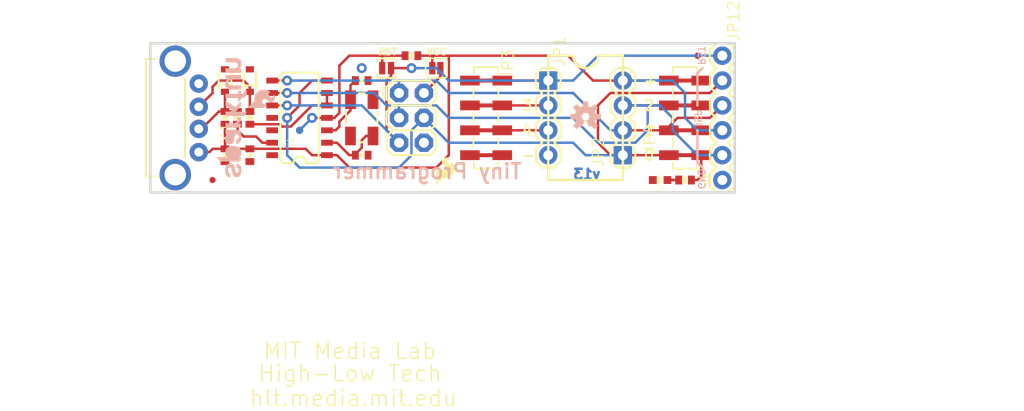
<source format=kicad_pcb>
(kicad_pcb (version 20211014) (generator pcbnew)
  (layers (0 "F.Cu" signal) (31 "B.Cu" signal) (34 "B.Paste" user) (35 "F.Paste" user) (36 "B.SilkS" user "B.Silkscreen") (37 "F.SilkS" user "F.Silkscreen") (38 "B.Mask" user) (39 "F.Mask" user) (44 "Edge.Cuts" user))
  (net 0 "")
  (net 1 "N$1")
  (net 2 "N$2")
  (net 3 "VCC")
  (net 4 "GND")
  (net 5 "MOSI")
  (net 6 "MISO")
  (net 7 "SCK")
  (net 8 "RST")
  (net 9 "D-")
  (net 10 "D+")
  (net 11 "RESET")
  (net 12 "3")
  (net 13 "2")
  (net 14 "VCC'")
  (net 15 "N$3")
  (net 16 "N$4")
  (net 17 "N$5")
  (footprint "boardEagle:SOD-323" (layer "F.Cu") (at 126.2761 101.1936 90)
    (fp_text reference "D2" hide)
    (fp_text value "3.3V")
    (pad "1" smd rect (at -1.15 0 90) (size 0.63 0.83) (layers "F.Cu" "F.Paste" "F.Mask") (net 1 "N$1"))
    (pad "2" smd rect (at 1.15 0 90) (size 0.63 0.83) (layers "F.Cu" "F.Paste" "F.Mask") (net 4 "GND"))
  )
  (footprint "boardEagle:LED-0603" (layer "F.Cu") (at 170.7261 111.3536 90)
    (fp_text reference "LED1" (at -0.6985 0.889 180) (layer "F.SilkS") (effects (font (size 0.373888 0.373888) (thickness 0.032512)) (justify right top)))
    (fp_text value "Yellow")
    (pad "A" smd rect (at 0 0.75 90) (size 0.8 0.8) (layers "F.Cu" "F.Paste" "F.Mask") (net 17 "N$5"))
    (pad "C" smd rect (at 0 -0.75 90) (size 0.8 0.8) (layers "F.Cu" "F.Paste" "F.Mask") (net 4 "GND"))
  )
  (footprint "boardEagle:SJ_2S-NO" (layer "F.Cu") (at 142.7861 99.9236)
    (fp_text reference "SJ1" (at -0.908 -1.27) (layer "F.SilkS") (effects (font (size 0.373888 0.373888) (thickness 0.032512)) (justify left bottom)))
    (fp_text value "SOLDERJUMPERNO")
    (pad "1" smd rect (at -0.45 0) (size 0.635 1.27) (layers "F.Cu" "F.Mask") (net 11 "RESET"))
    (pad "2" smd rect (at 0.45 0) (size 0.635 1.27) (layers "F.Cu" "F.Mask") (net 8 "RST"))
  )
  (footprint "boardEagle:0402-CAP" (layer "F.Cu") (at 128.8161 108.8136 -90)
    (fp_text reference "C3" hide)
    (fp_text value "10uF")
    (pad "1" smd rect (at -0.65 0 270) (size 0.7 0.9) (layers "F.Cu" "F.Paste" "F.Mask") (net 3 "VCC"))
    (pad "2" smd rect (at 0.65 0 270) (size 0.7 0.9) (layers "F.Cu" "F.Paste" "F.Mask") (net 4 "GND"))
  )
  (footprint "boardEagle:SJ_2S" (layer "F.Cu") (at 147.8661 99.9236)
    (fp_text reference "SJ2" hide)
    (fp_text value "NC" hide)
    (pad "1" smd rect (at -0.4119 0) (size 0.635 1.27) (layers "F.Cu" "F.Paste" "F.Mask") (net 3 "VCC"))
    (pad "2" smd rect (at 0.4119 0) (size 0.635 1.27) (layers "F.Cu" "F.Paste" "F.Mask") (net 14 "VCC'"))
  )
  (footprint "boardEagle:1X04_SMD_STRAIGHT_COMBO" (layer "F.Cu") (at 152.9461 101.1936 -90)
    (fp_text reference "JP3" (at 0 -2.921 -90) (layer "F.SilkS") (effects (font (size 1.143 1.143) (thickness 0.127)) (justify left bottom)))
    (fp_text value "")
    (fp_line (start 2.54 -1.27) (end 2.54 1.27) (layer "F.Cu") (width 0.4064))
    (fp_line (start 0 -1.27) (end 0 1.27) (layer "F.Cu") (width 0.4064))
    (fp_line (start 5.08 -1.27) (end 5.08 1.27) (layer "F.Cu") (width 0.4064))
    (fp_line (start 7.62 -1.27) (end 7.62 1.27) (layer "F.Cu") (width 0.4064))
    (pad "1" smd rect (at 0 1.65 180) (size 2 1) (layers "F.Cu" "F.Paste" "F.Mask") (net 8 "RST"))
    (pad "1-2" smd rect (at 0 -1.65) (size 2 1) (layers "F.Cu" "F.Paste" "F.Mask"))
    (pad "2" smd rect (at 2.54 -1.65 180) (size 2 1) (layers "F.Cu" "F.Paste" "F.Mask") (net 13 "2"))
    (pad "2-2" smd rect (at 2.54 1.65) (size 2 1) (layers "F.Cu" "F.Paste" "F.Mask"))
    (pad "3" smd rect (at 5.08 1.65 180) (size 2 1) (layers "F.Cu" "F.Paste" "F.Mask") (net 12 "3"))
    (pad "3-2" smd rect (at 5.08 -1.65) (size 2 1) (layers "F.Cu" "F.Paste" "F.Mask"))
    (pad "4" smd rect (at 7.62 -1.65 180) (size 2 1) (layers "F.Cu" "F.Paste" "F.Mask") (net 4 "GND"))
    (pad "4-2" smd rect (at 7.62 1.65) (size 2 1) (layers "F.Cu" "F.Paste" "F.Mask"))
  )
  (footprint "boardEagle:1X04" (layer "F.Cu") (at 159.2961 101.1936 -90)
    (fp_text reference "JP1" (at -1.3462 -1.8288 -90) (layer "F.SilkS") (effects (font (size 1.143 1.143) (thickness 0.127)) (justify left bottom)))
    (fp_text value "")
    (pad "1" thru_hole rect (at 0 0) (size 1.8796 1.8796) (drill 1.016) (layers *.Cu *.Mask) (net 8 "RST"))
    (pad "2" thru_hole circle (at 2.54 0) (size 1.8796 1.8796) (drill 1.016) (layers *.Cu *.Mask) (net 13 "2"))
    (pad "3" thru_hole circle (at 5.08 0) (size 1.8796 1.8796) (drill 1.016) (layers *.Cu *.Mask) (net 12 "3"))
    (pad "4" thru_hole circle (at 7.62 0) (size 1.8796 1.8796) (drill 1.016) (layers *.Cu *.Mask) (net 4 "GND"))
  )
  (footprint "boardEagle:SOD-323" (layer "F.Cu") (at 128.8161 101.1936 90)
    (fp_text reference "D1" hide)
    (fp_text value "3.3V")
    (pad "1" smd rect (at -1.15 0 90) (size 0.63 0.83) (layers "F.Cu" "F.Paste" "F.Mask") (net 2 "N$2"))
    (pad "2" smd rect (at 1.15 0 90) (size 0.63 0.83) (layers "F.Cu" "F.Paste" "F.Mask") (net 4 "GND"))
  )
  (footprint "boardEagle:SO14" (layer "F.Cu") (at 133.8961 105.0036 90)
    (fp_text reference "U1" (at -3.175 -0.635 90) (layer "F.SilkS") (effects (font (size 0.54864 0.54864) (thickness 0.06096)) (justify left bottom)))
    (fp_text value "ATTINY84")
    (pad "1" smd rect (at -3.81 2.8 90) (size 0.6 1.2) (layers "F.Cu" "F.Paste" "F.Mask") (net 3 "VCC"))
    (pad "2" smd rect (at -2.54 2.8 90) (size 0.6 1.2) (layers "F.Cu" "F.Paste" "F.Mask") (net 16 "N$4"))
    (pad "3" smd rect (at -1.27 2.8 90) (size 0.6 1.2) (layers "F.Cu" "F.Paste" "F.Mask") (net 15 "N$3"))
    (pad "4" smd rect (at 0 2.8 90) (size 0.6 1.2) (layers "F.Cu" "F.Paste" "F.Mask") (net 11 "RESET"))
    (pad "5" smd rect (at 1.27 2.8 90) (size 0.6 1.2) (layers "F.Cu" "F.Paste" "F.Mask") (net 10 "D+"))
    (pad "6" smd rect (at 2.54 2.8 90) (size 0.6 1.2) (layers "F.Cu" "F.Paste" "F.Mask") (net 10 "D+"))
    (pad "7" smd rect (at 3.81 2.8 90) (size 0.6 1.2) (layers "F.Cu" "F.Paste" "F.Mask") (net 5 "MOSI"))
    (pad "8" smd rect (at 3.81 -2.8 90) (size 0.6 1.2) (layers "F.Cu" "F.Paste" "F.Mask") (net 6 "MISO"))
    (pad "9" smd rect (at 2.54 -2.8 90) (size 0.6 1.2) (layers "F.Cu" "F.Paste" "F.Mask") (net 7 "SCK"))
    (pad "10" smd rect (at 1.27 -2.8 90) (size 0.6 1.2) (layers "F.Cu" "F.Paste" "F.Mask") (net 8 "RST"))
    (pad "11" smd rect (at 0 -2.8 90) (size 0.6 1.2) (layers "F.Cu" "F.Paste" "F.Mask"))
    (pad "12" smd rect (at -1.27 -2.8 90) (size 0.6 1.2) (layers "F.Cu" "F.Paste" "F.Mask"))
    (pad "13" smd rect (at -2.54 -2.8 90) (size 0.6 1.2) (layers "F.Cu" "F.Paste" "F.Mask") (net 9 "D-"))
    (pad "14" smd rect (at -3.81 -2.8 90) (size 0.6 1.2) (layers "F.Cu" "F.Paste" "F.Mask") (net 4 "GND"))
  )
  (footprint "boardEagle:MICRO-FIDUCIAL" (layer "F.Cu") (at 125.0061 111.3536)
    (fp_text reference "JP7" hide)
    (fp_text value "FIDUCIALUFIDUCIAL" hide)
    (pad "1" smd roundrect (at 0 0) (size 0.635 0.635) (layers "F.Cu" "F.Mask") (roundrect_rratio 0.5))
  )
  (footprint "boardEagle:0402-RES" (layer "F.Cu") (at 145.3261 98.6536)
    (fp_text reference "R4" hide)
    (fp_text value "10k")
    (pad "1" smd rect (at -0.65 0) (size 0.7 0.9) (layers "F.Cu" "F.Paste" "F.Mask") (net 11 "RESET"))
    (pad "2" smd rect (at 0.65 0) (size 0.7 0.9) (layers "F.Cu" "F.Paste" "F.Mask") (net 3 "VCC"))
  )
  (footprint "boardEagle:0402-CAP" (layer "F.Cu") (at 126.2761 108.8136 -90)
    (fp_text reference "C1" hide)
    (fp_text value "0.1uF")
    (pad "1" smd rect (at -0.65 0 270) (size 0.7 0.9) (layers "F.Cu" "F.Paste" "F.Mask") (net 3 "VCC"))
    (pad "2" smd rect (at 0.65 0 270) (size 0.7 0.9) (layers "F.Cu" "F.Paste" "F.Mask") (net 4 "GND"))
  )
  (footprint "boardEagle:CRYSTAL-SMD-5X3" (layer "F.Cu") (at 140.2461 105.0036 90)
    (fp_text reference "Q1" hide)
    (fp_text value "16MHz")
    (pad "1" smd rect (at -1.85 1.15 90) (size 1.9 1.1) (layers "F.Cu" "F.Paste" "F.Mask") (net 16 "N$4"))
    (pad "2" smd rect (at 1.85 1.15 90) (size 1.9 1.1) (layers "F.Cu" "F.Paste" "F.Mask"))
    (pad "3" smd rect (at 1.85 -1.15 90) (size 1.9 1.1) (layers "F.Cu" "F.Paste" "F.Mask") (net 15 "N$3"))
    (pad "4" smd rect (at -1.85 -1.15 90) (size 1.9 1.1) (layers "F.Cu" "F.Paste" "F.Mask"))
  )
  (footprint "boardEagle:SFE-LOGO-FLAME" (layer "F.Cu") (at 147.8661 111.8616)
    (fp_text reference "JP6" hide)
    (fp_text value "LOGO-SFESK" hide)
  )
  (footprint "boardEagle:USB-A-H" (layer "F.Cu") (at 121.1961 105.0036)
    (fp_text reference "X1" (at 5.85 2.7 90) (layer "F.SilkS") (effects (font (size 1.1684 1.1684) (thickness 0.1016)) (justify left bottom)))
    (fp_text value "USB-A-H" hide)
    (pad "" np_thru_hole circle (at -0.1 2.25) (size 1.1 1.1) (drill 1.1) (layers *.Cu *.Mask))
    (pad "" np_thru_hole circle (at -0.1 -2.25) (size 1.1 1.1) (drill 1.1) (layers *.Cu *.Mask))
    (pad "D+" thru_hole circle (at 2.4 -1.127 270) (size 1.8796 1.8796) (drill 0.9144) (layers *.Cu *.Mask) (net 2 "N$2"))
    (pad "D-" thru_hole circle (at 2.4 1.127 270) (size 1.8796 1.8796) (drill 0.9144) (layers *.Cu *.Mask) (net 1 "N$1"))
    (pad "GND" thru_hole circle (at 2.4 -3.5 270) (size 1.8796 1.8796) (drill 0.9144) (layers *.Cu *.Mask) (net 4 "GND"))
    (pad "GND2" thru_hole circle (at 0 5.8 270) (size 3.216 3.216) (drill 2.2) (layers *.Cu *.Mask))
    (pad "GND3" thru_hole circle (at 0 -5.8 270) (size 3.216 3.216) (drill 2.2) (layers *.Cu *.Mask))
    (pad "VBUS" thru_hole circle (at 2.4 3.5 270) (size 1.8796 1.8796) (drill 0.9144) (layers *.Cu *.Mask) (net 3 "VCC"))
  )
  (footprint "boardEagle:1X04_SMD_STRAIGHT_COMBO" (layer "F.Cu") (at 173.2661 108.8136 90)
    (fp_text reference "JP4" (at 0 -2.921 90) (layer "F.SilkS") (effects (font (size 1.143 1.143) (thickness 0.127)) (justify left bottom)))
    (fp_text value "")
    (fp_line (start 0 -1.27) (end 0 1.27) (layer "F.Cu") (width 0.4064))
    (fp_line (start 2.54 -1.27) (end 2.54 1.27) (layer "F.Cu") (width 0.4064))
    (fp_line (start 7.62 -1.27) (end 7.62 1.27) (layer "F.Cu") (width 0.4064))
    (fp_line (start 5.08 -1.27) (end 5.08 1.27) (layer "F.Cu") (width 0.4064))
    (pad "1" smd rect (at 0 1.65) (size 2 1) (layers "F.Cu" "F.Paste" "F.Mask") (net 5 "MOSI"))
    (pad "1-2" smd rect (at 0 -1.65 180) (size 2 1) (layers "F.Cu" "F.Paste" "F.Mask"))
    (pad "2" smd rect (at 2.54 -1.65) (size 2 1) (layers "F.Cu" "F.Paste" "F.Mask") (net 6 "MISO"))
    (pad "2-2" smd rect (at 2.54 1.65 180) (size 2 1) (layers "F.Cu" "F.Paste" "F.Mask"))
    (pad "3" smd rect (at 5.08 1.65) (size 2 1) (layers "F.Cu" "F.Paste" "F.Mask") (net 7 "SCK"))
    (pad "3-2" smd rect (at 5.08 -1.65 180) (size 2 1) (layers "F.Cu" "F.Paste" "F.Mask"))
    (pad "4" smd rect (at 7.62 -1.65) (size 2 1) (layers "F.Cu" "F.Paste" "F.Mask") (net 3 "VCC"))
    (pad "4-2" smd rect (at 7.62 1.65 180) (size 2 1) (layers "F.Cu" "F.Paste" "F.Mask"))
  )
  (footprint "boardEagle:0402-CAP" (layer "F.Cu") (at 140.2461 108.8136)
    (fp_text reference "C4" hide)
    (fp_text value "18pF")
    (pad "1" smd rect (at -0.65 0) (size 0.7 0.9) (layers "F.Cu" "F.Paste" "F.Mask") (net 16 "N$4"))
    (pad "2" smd rect (at 0.65 0) (size 0.7 0.9) (layers "F.Cu" "F.Paste" "F.Mask") (net 4 "GND"))
  )
  (footprint "boardEagle:0402-RES" (layer "F.Cu") (at 126.2761 105.0036 -90)
    (fp_text reference "R3" hide)
    (fp_text value "1.5K")
    (pad "1" smd rect (at -0.65 0 270) (size 0.7 0.9) (layers "F.Cu" "F.Paste" "F.Mask") (net 1 "N$1"))
    (pad "2" smd rect (at 0.65 0 270) (size 0.7 0.9) (layers "F.Cu" "F.Paste" "F.Mask") (net 3 "VCC"))
  )
  (footprint "boardEagle:0402-RES" (layer "F.Cu") (at 173.2661 111.3536)
    (fp_text reference "R5" (at -0.889 -0.6985) (layer "F.SilkS") (effects (font (size 0.373888 0.373888) (thickness 0.032512)) (justify left bottom)))
    (fp_text value "330")
    (pad "1" smd rect (at -0.65 0) (size 0.7 0.9) (layers "F.Cu" "F.Paste" "F.Mask") (net 17 "N$5"))
    (pad "2" smd rect (at 0.65 0) (size 0.7 0.9) (layers "F.Cu" "F.Paste" "F.Mask") (net 5 "MOSI"))
  )
  (footprint "boardEagle:1X04" (layer "F.Cu") (at 166.9161 108.8136 90)
    (fp_text reference "JP2" (at -1.3462 -1.8288 90) (layer "F.SilkS") (effects (font (size 1.143 1.143) (thickness 0.127)) (justify left bottom)))
    (fp_text value "")
    (pad "1" thru_hole rect (at 0 0 180) (size 1.8796 1.8796) (drill 1.016) (layers *.Cu *.Mask) (net 5 "MOSI"))
    (pad "2" thru_hole circle (at 2.54 0 180) (size 1.8796 1.8796) (drill 1.016) (layers *.Cu *.Mask) (net 6 "MISO"))
    (pad "3" thru_hole circle (at 5.08 0 180) (size 1.8796 1.8796) (drill 1.016) (layers *.Cu *.Mask) (net 7 "SCK"))
    (pad "4" thru_hole circle (at 7.62 0 180) (size 1.8796 1.8796) (drill 1.016) (layers *.Cu *.Mask) (net 3 "VCC"))
  )
  (footprint "boardEagle:CREATIVE_COMMONS" (layer "F.Cu") (at 125.0061 122.7836)
    (fp_text reference "FRAME1" hide)
    (fp_text value "FRAME-LETTER" hide)
  )
  (footprint "boardEagle:0402-CAP" (layer "F.Cu") (at 140.2461 101.1936)
    (fp_text reference "C2" hide)
    (fp_text value "18pF")
    (pad "1" smd rect (at -0.65 0) (size 0.7 0.9) (layers "F.Cu" "F.Paste" "F.Mask") (net 15 "N$3"))
    (pad "2" smd rect (at 0.65 0) (size 0.7 0.9) (layers "F.Cu" "F.Paste" "F.Mask") (net 4 "GND"))
  )
  (footprint "boardEagle:0402-RES" (layer "F.Cu") (at 128.8161 105.0036 -90)
    (fp_text reference "R2" hide)
    (fp_text value "68")
    (pad "1" smd rect (at -0.65 0 270) (size 0.7 0.9) (layers "F.Cu" "F.Paste" "F.Mask") (net 2 "N$2"))
    (pad "2" smd rect (at 0.65 0 270) (size 0.7 0.9) (layers "F.Cu" "F.Paste" "F.Mask") (net 10 "D+"))
  )
  (footprint "boardEagle:2X3" (layer "F.Cu") (at 144.0561 102.4636 -90)
    (fp_text reference "JP9" hide)
    (fp_text value "")
    (pad "1" thru_hole roundrect (at 0 0 270) (size 1.8796 1.8796) (drill 1.016) (layers *.Cu *.Mask) (chamfer_ratio 0.2928932188) (chamfer top_left top_right bottom_left bottom_right) (net 6 "MISO"))
    (pad "2" thru_hole roundrect (at 0 -2.54 270) (size 1.8796 1.8796) (drill 1.016) (layers *.Cu *.Mask) (chamfer_ratio 0.2928932188) (chamfer top_left top_right bottom_left bottom_right) (net 14 "VCC'"))
    (pad "3" thru_hole roundrect (at 2.54 0 270) (size 1.8796 1.8796) (drill 1.016) (layers *.Cu *.Mask) (chamfer_ratio 0.2928932188) (chamfer top_left top_right bottom_left bottom_right) (net 7 "SCK"))
    (pad "4" thru_hole roundrect (at 2.54 -2.54 270) (size 1.8796 1.8796) (drill 1.016) (layers *.Cu *.Mask) (chamfer_ratio 0.2928932188) (chamfer top_left top_right bottom_left bottom_right) (net 5 "MOSI"))
    (pad "5" thru_hole roundrect (at 5.08 0 270) (size 1.8796 1.8796) (drill 1.016) (layers *.Cu *.Mask) (chamfer_ratio 0.2928932188) (chamfer top_left top_right bottom_left bottom_right) (net 8 "RST"))
    (pad "6" thru_hole roundrect (at 5.08 -2.54 270) (size 1.8796 1.8796) (drill 1.016) (layers *.Cu *.Mask) (chamfer_ratio 0.2928932188) (chamfer top_left top_right bottom_left bottom_right) (net 4 "GND"))
  )
  (footprint "boardEagle:1X06" (layer "F.Cu") (at 177.0761 98.6536 -90)
    (fp_text reference "JP12" (at -1.3462 -1.8288 -90) (layer "F.SilkS") (effects (font (size 1.143 1.143) (thickness 0.127)) (justify left bottom)))
    (fp_text value "")
    (pad "1" thru_hole circle (at 0 0) (size 1.8796 1.8796) (drill 1.016) (layers *.Cu *.Mask) (net 8 "RST"))
    (pad "2" thru_hole circle (at 2.54 0) (size 1.8796 1.8796) (drill 1.016) (layers *.Cu *.Mask) (net 5 "MOSI"))
    (pad "3" thru_hole circle (at 5.08 0) (size 1.8796 1.8796) (drill 1.016) (layers *.Cu *.Mask) (net 6 "MISO"))
    (pad "4" thru_hole circle (at 7.62 0) (size 1.8796 1.8796) (drill 1.016) (layers *.Cu *.Mask) (net 3 "VCC"))
    (pad "5" thru_hole circle (at 10.16 0) (size 1.8796 1.8796) (drill 1.016) (layers *.Cu *.Mask) (net 7 "SCK"))
    (pad "6" thru_hole circle (at 12.7 0) (size 1.8796 1.8796) (drill 1.016) (layers *.Cu *.Mask) (net 4 "GND"))
  )
  (footprint "boardEagle:MICRO-FIDUCIAL" (layer "F.Cu") (at 174.5361 98.6536)
    (fp_text reference "JP8" hide)
    (fp_text value "FIDUCIALUFIDUCIAL" hide)
    (pad "1" smd roundrect (at 0 0) (size 0.635 0.635) (layers "F.Cu" "F.Mask") (roundrect_rratio 0.5))
  )
  (footprint "boardEagle:0402-RES" (layer "F.Cu") (at 127.5461 105.0036 -90)
    (fp_text reference "R1" hide)
    (fp_text value "68")
    (pad "1" smd rect (at -0.65 0 270) (size 0.7 0.9) (layers "F.Cu" "F.Paste" "F.Mask") (net 1 "N$1"))
    (pad "2" smd rect (at 0.65 0 270) (size 0.7 0.9) (layers "F.Cu" "F.Paste" "F.Mask") (net 9 "D-"))
  )
  (footprint "boardEagle:PAD.03X.03" (layer "B.Cu") (at 133.8961 106.2736 180)
    (fp_text reference "TP1" hide)
    (fp_text value "TEST-POINT3" hide)
    (pad "P$1" smd roundrect (at 0 0 180) (size 0.762 0.762) (layers "B.Cu" "B.Mask") (roundrect_rratio 0.5) (net 11 "RESET"))
  )
  (footprint "boardEagle:SFE-LOGO-FLAME" (layer "B.Cu") (at 128.5621 103.9876 90)
    (fp_text reference "JP11" hide)
    (fp_text value "LOGO-SFESK" hide)
  )
  (footprint "boardEagle:SFE-NEW-WEB" (layer "B.Cu") (at 125.3871 111.0996 90)
    (fp_text reference "JP5" hide)
    (fp_text value "LOGO-SFENW2" hide)
  )
  (footprint "boardEagle:OSHW-LOGO-S" (layer "B.Cu") (at 163.1061 104.8766 180)
    (fp_text reference "U$1" hide)
    (fp_text value "OSHW-LOGOS" hide)
  )
  (gr_line (start 174.5361 100.4316) (end 175.0441 99.9236) (layer "B.SilkS") (width 0.254))
  (gr_line (start 174.5361 109.5756) (end 174.5361 106.2736) (layer "B.SilkS") (width 0.254))
  (gr_line (start 174.5361 103.7336) (end 174.5361 100.4316) (layer "B.SilkS") (width 0.254))
  (gr_line (start 175.0441 110.0836) (end 174.5361 109.5756) (layer "B.SilkS") (width 0.254))
  (gr_line (start 159.2961 111.3536) (end 159.2961 98.6536) (layer "F.SilkS") (width 0.254))
  (gr_arc (start 164.3761 98.6536) (mid 163.1061 99.9236) (end 161.8361 98.6536) (layer "F.SilkS") (width 0.254))
  (gr_line (start 159.2961 98.6536) (end 161.8361 98.6536) (layer "F.SilkS") (width 0.254))
  (gr_line (start 166.9161 98.6536) (end 166.9161 111.3536) (layer "F.SilkS") (width 0.254))
  (gr_line (start 166.9161 111.3536) (end 159.2961 111.3536) (layer "F.SilkS") (width 0.254))
  (gr_line (start 164.3761 98.6536) (end 166.9161 98.6536) (layer "F.SilkS") (width 0.254))
  (gr_line (start 118.6561 112.6236) (end 178.3461 112.6236) (layer "Edge.Cuts") (width 0.254))
  (gr_line (start 178.3461 97.3836) (end 178.3461 112.6236) (layer "Edge.Cuts") (width 0.254))
  (gr_line (start 178.3461 97.3836) (end 118.6561 97.3836) (layer "Edge.Cuts") (width 0.254))
  (gr_line (start 118.6561 97.3836) (end 118.6561 112.6236) (layer "Edge.Cuts") (width 0.254))
  (gr_text "v13" (at 164.7571 111.3536) (layer "B.Cu") (effects (font (size 1.016 1.016) (thickness 0.254)) (justify left bottom mirror)))
  (gr_text "Tiny Programmer" (at 156.7561 111.3536) (layer "B.SilkS") (effects (font (size 1.5113 1.5113) (thickness 0.2667)) (justify left bottom mirror)))
  (gr_text "RST" (at 174.5361 99.6696 -90) (layer "B.SilkS") (effects (font (size 0.69088 0.69088) (thickness 0.12192)) (justify left bottom mirror)))
  (gr_text "ISP" (at 174.1551 105.8926 -90) (layer "B.SilkS") (effects (font (size 0.69088 0.69088) (thickness 0.12192)) (justify left bottom mirror)))
  (gr_text "GND" (at 174.5361 112.3696 -90) (layer "B.SilkS") (effects (font (size 0.69088 0.69088) (thickness 0.12192)) (justify left bottom mirror)))
  (gr_text "RST" (at 141.8971 98.6536) (layer "F.SilkS") (effects (font (size 0.69088 0.69088) (thickness 0.12192)) (justify left bottom)))
  (gr_text "MIT Media Lab" (at 130.0861 129.7686) (layer "F.SilkS") (effects (font (size 1.63576 1.63576) (thickness 0.14224)) (justify left bottom)))
  (gr_text "+" (at 168.9481 101.8286) (layer "F.SilkS") (effects (font (size 1.0795 1.0795) (thickness 0.1905)) (justify left bottom)))
  (gr_text "-" (at 156.5021 109.4486) (layer "F.SilkS") (effects (font (size 1.0795 1.0795) (thickness 0.1905)) (justify left bottom)))
  (gr_text "0" (at 174.9171 111.8616) (layer "F.SilkS") (effects (font (size 0.8636 0.8636) (thickness 0.1524)) (justify left bottom)))
  (gr_text "hlt.media.mit.edu" (at 128.6891 134.5946) (layer "F.SilkS") (effects (font (size 1.63576 1.63576) (thickness 0.14224)) (justify left bottom)))
  (gr_text "0" (at 168.9481 109.4486) (layer "F.SilkS") (effects (font (size 1.0795 1.0795) (thickness 0.1905)) (justify left bottom)))
  (gr_text "High-Low Tech" (at 129.5781 132.0546) (layer "F.SilkS") (effects (font (size 1.63576 1.63576) (thickness 0.14224)) (justify left bottom)))
  (gr_text "4" (at 156.5021 106.9086) (layer "F.SilkS") (effects (font (size 1.0795 1.0795) (thickness 0.1905)) (justify left bottom)))
  (gr_text "3" (at 156.5021 104.3686) (layer "F.SilkS") (effects (font (size 1.0795 1.0795) (thickness 0.1905)) (justify left bottom)))
  (gr_text "2" (at 168.9481 104.3686) (layer "F.SilkS") (effects (font (size 1.0795 1.0795) (thickness 0.1905)) (justify left bottom)))
  (gr_text "1" (at 168.9481 106.9086) (layer "F.SilkS") (effects (font (size 1.0795 1.0795) (thickness 0.1905)) (justify left bottom)))
  (gr_text "VCC" (at 146.8501 98.6536) (layer "F.SilkS") (effects (font (size 0.69088 0.69088) (thickness 0.12192)) (justify left bottom)))
  (segment (start 123.8791 106.1306) (end 125.6561 104.3536) (width 0.254) (layer "F.Cu") (net 1))
  (segment (start 126.2761 102.3436) (end 126.2761 104.3536) (width 0.254) (layer "F.Cu") (net 1))
  (segment (start 123.5961 106.1306) (end 123.8791 106.1306) (width 0.254) (layer "F.Cu") (net 1))
  (segment (start 126.2761 104.3536) (end 127.5461 104.3536) (width 0.254) (layer "F.Cu") (net 1))
  (segment (start 126.2761 104.3536) (end 125.6561 104.3536) (width 0.254) (layer "F.Cu") (net 1))
  (segment (start 125.0061 101.8286) (end 125.6411 101.1936) (width 0.254) (layer "F.Cu") (net 2))
  (segment (start 128.8161 101.8286) (end 128.1811 101.1936) (width 0.254) (layer "F.Cu") (net 2))
  (segment (start 123.5961 103.8766) (end 123.5961 103.8736) (width 0.254) (layer "F.Cu") (net 2))
  (segment (start 125.6411 101.1936) (end 128.1811 101.1936) (width 0.254) (layer "F.Cu") (net 2))
  (segment (start 125.0061 102.4636) (end 125.0061 101.8286) (width 0.254) (layer "F.Cu") (net 2))
  (segment (start 128.8161 102.3436) (end 128.8161 101.8286) (width 0.254) (layer "F.Cu") (net 2))
  (segment (start 128.8161 102.3436) (end 128.8161 104.3536) (width 0.254) (layer "F.Cu") (net 2))
  (segment (start 123.5961 103.8736) (end 125.0061 102.4636) (width 0.254) (layer "F.Cu") (net 2))
  (segment (start 147.8661 110.0836) (end 149.1361 108.8136) (width 0.254) (layer "F.Cu") (net 3))
  (segment (start 128.8161 108.1636) (end 134.5161 108.1636) (width 0.254) (layer "F.Cu") (net 3))
  (segment (start 163.8681 101.1936) (end 166.9161 101.1936) (width 0.254) (layer "F.Cu") (net 3))
  (segment (start 126.2761 108.1636) (end 128.8161 108.1636) (width 0.254) (layer "F.Cu") (net 3))
  (segment (start 145.9761 98.6536) (end 147.6121 98.6536) (width 0.254) (layer "F.Cu") (net 3))
  (segment (start 136.6961 108.8136) (end 137.7061 108.8136) (width 0.254) (layer "F.Cu") (net 3))
  (segment (start 138.9761 110.0836) (end 147.8661 110.0836) (width 0.254) (layer "F.Cu") (net 3))
  (segment (start 147.6121 98.6536) (end 149.1361 98.6536) (width 0.254) (layer "F.Cu") (net 3))
  (segment (start 147.4542 99.9236) (end 147.4542 98.8115) (width 0.254) (layer "F.Cu") (net 3))
  (segment (start 123.5961 108.5036) (end 124.6811 108.5036) (width 0.254) (layer "F.Cu") (net 3))
  (segment (start 171.6161 101.1936) (end 166.9161 101.1936) (width 0.254) (layer "F.Cu") (net 3))
  (segment (start 147.4542 98.8115) (end 147.6121 98.6536) (width 0.254) (layer "F.Cu") (net 3))
  (segment (start 149.1361 98.6536) (end 161.3281 98.6536) (width 0.254) (layer "F.Cu") (net 3))
  (segment (start 124.6811 108.5036) (end 125.0211 108.1636) (width 0.254) (layer "F.Cu") (net 3))
  (segment (start 126.2761 108.1636) (end 125.0211 108.1636) (width 0.254) (layer "F.Cu") (net 3))
  (segment (start 161.3281 98.6536) (end 163.8681 101.1936) (width 0.254) (layer "F.Cu") (net 3))
  (segment (start 126.2761 105.6536) (end 126.2761 108.1636) (width 0.254) (layer "F.Cu") (net 3))
  (segment (start 135.1661 108.8136) (end 136.6961 108.8136) (width 0.254) (layer "F.Cu") (net 3))
  (segment (start 137.7061 108.8136) (end 138.9761 110.0836) (width 0.254) (layer "F.Cu") (net 3))
  (segment (start 134.5161 108.1636) (end 135.1661 108.8136) (width 0.254) (layer "F.Cu") (net 3))
  (segment (start 149.1361 108.8136) (end 149.1361 98.6536) (width 0.254) (layer "F.Cu") (net 3))
  (segment (start 177.0761 106.2736) (end 174.5361 106.2736) (width 0.254) (layer "B.Cu") (net 3))
  (segment (start 171.9961 101.1936) (end 166.9161 101.1936) (width 0.254) (layer "B.Cu") (net 3))
  (segment (start 174.5361 106.2736) (end 173.2661 105.0036) (width 0.254) (layer "B.Cu") (net 3))
  (segment (start 173.2661 102.4636) (end 171.9961 101.1936) (width 0.254) (layer "B.Cu") (net 3))
  (segment (start 173.2661 105.0036) (end 173.2661 102.4636) (width 0.254) (layer "B.Cu") (net 3))
  (via (at 140.2461 99.9236) (size 1.016) (drill 0.508) (layers "F.Cu" "B.Cu") (net 4))
  (segment (start 164.3761 107.5436) (end 165.6461 108.8136) (width 0.254) (layer "F.Cu") (net 5))
  (segment (start 174.9161 108.8136) (end 174.9161 108.4336) (width 0.254) (layer "F.Cu") (net 5))
  (segment (start 173.9161 111.3536) (end 174.5361 111.3536) (width 0.254) (layer "F.Cu") (net 5))
  (segment (start 165.6461 102.4636) (end 164.3761 103.7336) (width 0.254) (layer "F.Cu") (net 5))
  (segment (start 166.9161 108.8136) (end 174.9161 108.8136) (width 0.254) (layer "F.Cu") (net 5))
  (segment (start 164.3761 103.7336) (end 164.3761 107.5436) (width 0.254) (layer "F.Cu") (net 5))
  (segment (start 165.6461 108.8136) (end 166.9161 108.8136) (width 0.254) (layer "F.Cu") (net 5))
  (segment (start 174.9161 108.8136) (end 174.9161 110.9736) (width 0.254) (layer "F.Cu") (net 5))
  (segment (start 133.8961 103.7336) (end 132.6261 105.0036) (width 0.254) (layer "F.Cu") (net 5))
  (segment (start 174.9161 110.9736) (end 174.5361 111.3536) (width 0.254) (layer "F.Cu") (net 5))
  (segment (start 135.1661 101.1936) (end 133.8961 102.4636) (width 0.254) (layer "F.Cu") (net 5))
  (segment (start 133.8961 102.4636) (end 133.8961 103.7336) (width 0.254) (layer "F.Cu") (net 5))
  (segment (start 175.8061 102.4636) (end 165.6461 102.4636) (width 0.254) (layer "F.Cu") (net 5))
  (segment (start 177.0761 101.1936) (end 175.8061 102.4636) (width 0.254) (layer "F.Cu") (net 5))
  (segment (start 136.6961 101.1936) (end 135.1661 101.1936) (width 0.254) (layer "F.Cu") (net 5))
  (via (at 132.6261 105.0036) (size 1.016) (drill 0.508) (layers "F.Cu" "B.Cu") (net 5))
  (segment (start 163.1061 108.8136) (end 161.8361 107.5436) (width 0.254) (layer "B.Cu") (net 5))
  (segment (start 161.8361 107.5436) (end 149.1361 107.5436) (width 0.254) (layer "B.Cu") (net 5))
  (segment (start 132.6261 105.0036) (end 132.6261 108.8136) (width 0.254) (layer "B.Cu") (net 5))
  (segment (start 166.9161 108.8136) (end 163.1061 108.8136) (width 0.254) (layer "B.Cu") (net 5))
  (segment (start 145.3261 108.8136) (end 145.3261 106.2736) (width 0.254) (layer "B.Cu") (net 5))
  (segment (start 132.6261 108.8136) (end 133.8961 110.0836) (width 0.254) (layer "B.Cu") (net 5))
  (segment (start 133.8961 110.0836) (end 144.0561 110.0836) (width 0.254) (layer "B.Cu") (net 5))
  (segment (start 149.1361 107.5436) (end 146.5961 105.0036) (width 0.254) (layer "B.Cu") (net 5))
  (segment (start 144.0561 110.0836) (end 145.3261 108.8136) (width 0.254) (layer "B.Cu") (net 5))
  (segment (start 145.3261 106.2736) (end 146.5961 105.0036) (width 0.254) (layer "B.Cu") (net 5))
  (segment (start 177.0761 103.7336) (end 175.8061 105.0036) (width 0.254) (layer "F.Cu") (net 6))
  (segment (start 171.6161 106.2736) (end 171.6161 105.8916) (width 0.254) (layer "F.Cu") (net 6))
  (segment (start 171.6161 105.8916) (end 172.5041 105.0036) (width 0.254) (layer "F.Cu") (net 6))
  (segment (start 131.0961 101.1936) (end 132.6261 101.1936) (width 0.254) (layer "F.Cu") (net 6))
  (segment (start 166.9161 106.2736) (end 171.6161 106.2736) (width 0.254) (layer "F.Cu") (net 6))
  (segment (start 172.5041 105.0036) (end 175.8061 105.0036) (width 0.254) (layer "F.Cu") (net 6))
  (via (at 132.6261 101.1936) (size 1.016) (drill 0.508) (layers "F.Cu" "B.Cu") (net 6))
  (segment (start 165.6461 106.2736) (end 166.9161 106.2736) (width 0.254) (layer "B.Cu") (net 6))
  (segment (start 149.1361 102.4636) (end 161.8361 102.4636) (width 0.254) (layer "B.Cu") (net 6))
  (segment (start 144.0561 102.4636) (end 144.0561 101.1936) (width 0.254) (layer "B.Cu") (net 6))
  (segment (start 161.8361 102.4636) (end 165.6461 106.2736) (width 0.254) (layer "B.Cu") (net 6))
  (segment (start 144.0561 101.1936) (end 147.8661 101.1936) (width 0.254) (layer "B.Cu") (net 6))
  (segment (start 132.6261 101.1936) (end 144.0561 101.1936) (width 0.254) (layer "B.Cu") (net 6))
  (segment (start 147.8661 101.1936) (end 149.1361 102.4636) (width 0.254) (layer "B.Cu") (net 6))
  (segment (start 132.6261 102.4636) (end 131.0961 102.4636) (width 0.254) (layer "F.Cu") (net 7))
  (segment (start 174.9161 103.7336) (end 166.9161 103.7336) (width 0.254) (layer "F.Cu") (net 7))
  (via (at 132.6261 102.4636) (size 1.016) (drill 0.508) (layers "F.Cu" "B.Cu") (net 7))
  (segment (start 142.7861 103.7336) (end 144.0561 103.7336) (width 0.254) (layer "B.Cu") (net 7))
  (segment (start 149.1361 105.0036) (end 147.8661 103.7336) (width 0.254) (layer "B.Cu") (net 7))
  (segment (start 177.0761 108.8136) (end 174.5361 108.8136) (width 0.254) (layer "B.Cu") (net 7))
  (segment (start 161.8361 105.0036) (end 164.3761 107.5436) (width 0.254) (layer "B.Cu") (net 7))
  (segment (start 174.5361 108.8136) (end 171.9961 106.2736) (width 0.254) (layer "B.Cu") (net 7))
  (segment (start 144.0561 103.7336) (end 147.8661 103.7336) (width 0.254) (layer "B.Cu") (net 7))
  (segment (start 169.4561 106.2736) (end 169.4561 103.7336) (width 0.254) (layer "B.Cu") (net 7))
  (segment (start 168.1861 107.5436) (end 169.4561 106.2736) (width 0.254) (layer "B.Cu") (net 7))
  (segment (start 141.5161 102.4636) (end 132.6261 102.4636) (width 0.254) (layer "B.Cu") (net 7))
  (segment (start 170.7261 103.7336) (end 169.4561 103.7336) (width 0.254) (layer "B.Cu") (net 7))
  (segment (start 171.9961 106.2736) (end 171.9961 105.0036) (width 0.254) (layer "B.Cu") (net 7))
  (segment (start 161.8361 105.0036) (end 149.1361 105.0036) (width 0.254) (layer "B.Cu") (net 7))
  (segment (start 169.4561 103.7336) (end 166.9161 103.7336) (width 0.254) (layer "B.Cu") (net 7))
  (segment (start 164.3761 107.5436) (end 168.1861 107.5436) (width 0.254) (layer "B.Cu") (net 7))
  (segment (start 144.0561 105.0036) (end 144.0561 103.7336) (width 0.254) (layer "B.Cu") (net 7))
  (segment (start 141.5161 102.4636) (end 142.7861 103.7336) (width 0.254) (layer "B.Cu") (net 7))
  (segment (start 171.9961 105.0036) (end 170.7261 103.7336) (width 0.254) (layer "B.Cu") (net 7))
  (segment (start 131.0961 103.7336) (end 132.6261 103.7336) (width 0.254) (layer "F.Cu") (net 8))
  (segment (start 142.7861 101.1936) (end 142.7861 106.2736) (width 0.254) (layer "F.Cu") (net 8))
  (segment (start 142.7861 106.2736) (end 144.0561 107.5436) (width 0.254) (layer "F.Cu") (net 8))
  (segment (start 151.2961 101.1936) (end 159.2961 101.1936) (width 0.254) (layer "F.Cu") (net 8))
  (segment (start 145.3261 99.9236) (end 143.2361 99.9236) (width 0.254) (layer "F.Cu") (net 8))
  (segment (start 143.2361 99.9236) (end 143.2361 100.7436) (width 0.254) (layer "F.Cu") (net 8))
  (segment (start 143.2361 100.7436) (end 142.7861 101.1936) (width 0.254) (layer "F.Cu") (net 8))
  (via (at 145.3261 99.9236) (size 1.016) (drill 0.508) (layers "F.Cu" "B.Cu") (net 8))
  (via (at 132.6261 103.7336) (size 1.016) (drill 0.508) (layers "F.Cu" "B.Cu") (net 8))
  (segment (start 149.1361 101.1936) (end 147.8661 99.9236) (width 0.254) (layer "B.Cu") (net 8))
  (segment (start 149.1361 101.1936) (end 159.2961 101.1936) (width 0.254) (layer "B.Cu") (net 8))
  (segment (start 140.2461 103.7336) (end 144.0561 107.5436) (width 0.254) (layer "B.Cu") (net 8))
  (segment (start 132.6261 103.7336) (end 140.2461 103.7336) (width 0.254) (layer "B.Cu") (net 8))
  (segment (start 147.8661 99.9236) (end 145.3261 99.9236) (width 0.254) (layer "B.Cu") (net 8))
  (segment (start 164.3761 98.6536) (end 177.0761 98.6536) (width 0.254) (layer "B.Cu") (net 8))
  (segment (start 159.2961 101.1936) (end 161.8361 101.1936) (width 0.254) (layer "B.Cu") (net 8))
  (segment (start 161.8361 101.1936) (end 164.3761 98.6536) (width 0.254) (layer "B.Cu") (net 8))
  (segment (start 130.0861 107.5436) (end 129.4511 106.9086) (width 0.254) (layer "F.Cu") (net 9))
  (segment (start 128.1811 106.9086) (end 127.5611 106.2886) (width 0.254) (layer "F.Cu") (net 9))
  (segment (start 127.5461 105.6536) (end 127.5611 105.6536) (width 0.254) (layer "F.Cu") (net 9))
  (segment (start 127.5611 105.6536) (end 127.5611 106.2886) (width 0.254) (layer "F.Cu") (net 9))
  (segment (start 129.4511 106.9086) (end 128.1811 106.9086) (width 0.254) (layer "F.Cu") (net 9))
  (segment (start 131.0961 107.5436) (end 130.0861 107.5436) (width 0.254) (layer "F.Cu") (net 9))
  (segment (start 133.0071 105.8926) (end 135.1661 103.7336) (width 0.254) (layer "F.Cu") (net 10))
  (segment (start 136.6961 103.7336) (end 136.6961 102.4636) (width 0.254) (layer "F.Cu") (net 10))
  (segment (start 135.1661 103.7336) (end 136.6961 103.7336) (width 0.254) (layer "F.Cu") (net 10))
  (segment (start 128.8161 105.6536) (end 131.8791 105.6536) (width 0.254) (layer "F.Cu") (net 10))
  (segment (start 131.8791 105.6536) (end 132.1181 105.8926) (width 0.254) (layer "F.Cu") (net 10))
  (segment (start 132.1181 105.8926) (end 133.0071 105.8926) (width 0.254) (layer "F.Cu") (net 10))
  (segment (start 142.3361 98.7116) (end 142.2781 98.6536) (width 0.254) (layer "F.Cu") (net 11))
  (segment (start 142.2781 98.6536) (end 144.6761 98.6536) (width 0.254) (layer "F.Cu") (net 11))
  (segment (start 136.6961 105.0036) (end 137.4521 105.0036) (width 0.254) (layer "F.Cu") (net 11))
  (segment (start 137.9601 99.6696) (end 138.9761 98.6536) (width 0.254) (layer "F.Cu") (net 11))
  (segment (start 137.4521 105.0036) (end 137.9601 104.4956) (width 0.254) (layer "F.Cu") (net 11))
  (segment (start 138.9761 98.6536) (end 142.2781 98.6536) (width 0.254) (layer "F.Cu") (net 11))
  (segment (start 137.9601 104.4956) (end 137.9601 99.6696) (width 0.254) (layer "F.Cu") (net 11))
  (segment (start 142.3361 99.9236) (end 142.3361 98.7116) (width 0.254) (layer "F.Cu") (net 11))
  (segment (start 136.6961 105.0036) (end 135.1661 105.0036) (width 0.254) (layer "F.Cu") (net 11))
  (via (at 135.1661 105.0036) (size 1.016) (drill 0.508) (layers "F.Cu" "B.Cu") (net 11))
  (segment (start 135.1661 105.0036) (end 133.8961 106.2736) (width 0.254) (layer "B.Cu") (net 11))
  (segment (start 159.2961 106.2736) (end 151.2961 106.2736) (width 0.254) (layer "F.Cu") (net 12))
  (segment (start 159.2961 103.7336) (end 154.5961 103.7336) (width 0.254) (layer "F.Cu") (net 13))
  (segment (start 148.278 100.7817) (end 146.5961 102.4636) (width 0.254) (layer "F.Cu") (net 14))
  (segment (start 148.278 99.9236) (end 148.278 100.7817) (width 0.254) (layer "F.Cu") (net 14))
  (segment (start 136.6961 106.2736) (end 137.5791 106.2736) (width 0.254) (layer "F.Cu") (net 15))
  (segment (start 139.0961 103.1536) (end 139.0961 104.2486) (width 0.254) (layer "F.Cu") (net 15))
  (segment (start 139.0961 104.2486) (end 137.9601 105.3846) (width 0.254) (layer "F.Cu") (net 15))
  (segment (start 137.5791 106.2736) (end 137.9601 105.8926) (width 0.254) (layer "F.Cu") (net 15))
  (segment (start 137.9601 105.8926) (end 137.9601 105.3846) (width 0.254) (layer "F.Cu") (net 15))
  (segment (start 139.0961 101.6936) (end 139.5961 101.1936) (width 0.254) (layer "F.Cu") (net 15))
  (segment (start 139.0961 103.1536) (end 139.0961 101.6936) (width 0.254) (layer "F.Cu") (net 15))
  (segment (start 140.2461 107.2896) (end 140.6821 106.8536) (width 0.254) (layer "F.Cu") (net 16))
  (segment (start 138.9761 108.8136) (end 139.5961 108.8136) (width 0.254) (layer "F.Cu") (net 16))
  (segment (start 139.5961 108.8136) (end 139.5961 108.7016) (width 0.254) (layer "F.Cu") (net 16))
  (segment (start 136.6961 107.5436) (end 137.7061 107.5436) (width 0.254) (layer "F.Cu") (net 16))
  (segment (start 140.2461 108.0516) (end 140.2461 107.2896) (width 0.254) (layer "F.Cu") (net 16))
  (segment (start 137.7061 107.5436) (end 138.9761 108.8136) (width 0.254) (layer "F.Cu") (net 16))
  (segment (start 139.5961 108.7016) (end 140.2461 108.0516) (width 0.254) (layer "F.Cu") (net 16))
  (segment (start 141.3961 106.8536) (end 140.6821 106.8536) (width 0.254) (layer "F.Cu") (net 16))
  (segment (start 172.6161 111.3536) (end 171.4761 111.3536) (width 0.254) (layer "F.Cu") (net 17))
)
</source>
